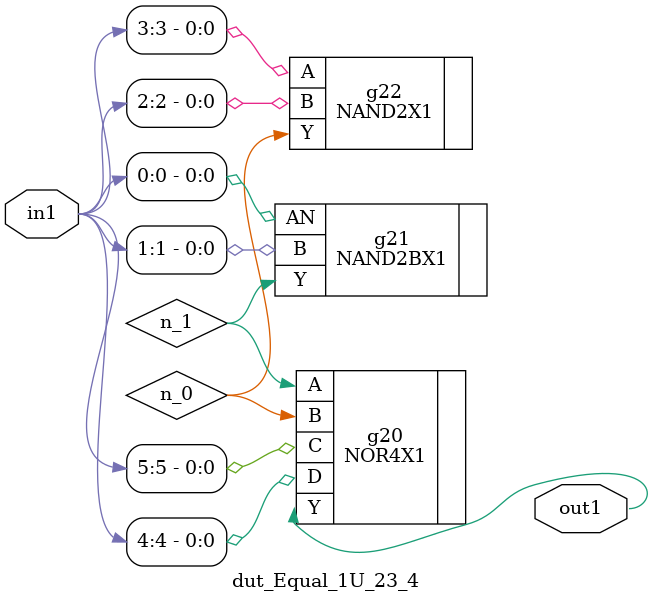
<source format=v>
`timescale 1ps / 1ps


module dut_Equal_1U_23_4(in1, out1);
  input [5:0] in1;
  output out1;
  wire [5:0] in1;
  wire out1;
  wire n_0, n_1;
  NOR4X1 g20(.A (n_1), .B (n_0), .C (in1[5]), .D (in1[4]), .Y (out1));
  NAND2BX1 g21(.AN (in1[0]), .B (in1[1]), .Y (n_1));
  NAND2X1 g22(.A (in1[3]), .B (in1[2]), .Y (n_0));
endmodule



</source>
